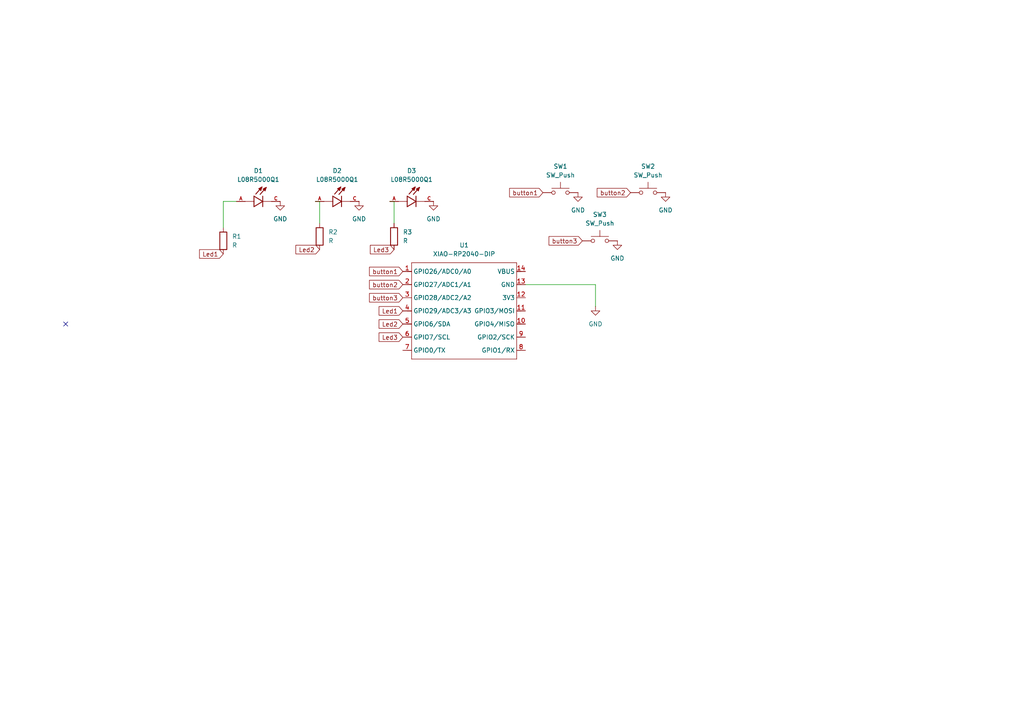
<source format=kicad_sch>
(kicad_sch (version 20250114) (generator "eeschema") (generator_version "9.0")
  (paper "A4")
  (lib_symbols
    (symbol "Device:R" (pin_numbers (hide yes)) (pin_names (offset 0))
      (property "Reference" "R" (at 2.032 0 90))
      (property "Value" "R" (at 0 0 90))
      (symbol "R_0_1"
        (rectangle (start -1.016 -2.54) (end 1.016 2.54) (stroke (width 0.254)))
      )
      (symbol "R_1_1"
        (pin passive line (at 0 3.81 270) (length 1.27) (name "~") (number "1"))
        (pin passive line (at 0 -3.81 90) (length 1.27) (name "~") (number "2"))
      )
    )
    (symbol "L08R5000Q1:L08R5000Q1" (pin_names (offset 1.016))
      (property "Reference" "D" (at -3.0988 4.4958 0))
      (property "Value" "L08R5000Q1" (at -3.556 -3.302 0))
      (symbol "L08R5000Q1_0_0"
        (polyline (pts (xy -2.54 1.524) (xy -2.54 0)) (stroke (width 0.254)))
        (polyline (pts (xy -2.54 0) (xy -5.08 0)) (stroke (width 0.1524)))
        (polyline (pts (xy -2.54 0) (xy -2.54 -1.524)) (stroke (width 0.254)))
        (polyline (pts (xy -2.54 -1.524) (xy 0 0)) (stroke (width 0.254)))
        (polyline (pts (xy -1.1176 3.683) (xy -0.2286 4.1656)) (stroke (width 0.254)))
        (polyline (pts (xy -0.9398 3.6068) (xy -0.7112 3.7592)) (stroke (width 0.254)))
        (polyline (pts (xy -0.5588 3.2004) (xy -1.1176 3.683)) (stroke (width 0.254)))
        (polyline (pts (xy -0.5588 3.2004) (xy -0.5334 3.937)) (stroke (width 0.254)))
        (polyline (pts (xy -0.5334 3.937) (xy -0.6604 3.937)) (stroke (width 0.254)))
        (polyline (pts (xy -0.2286 4.1656) (xy -2.0066 2.1336)) (stroke (width 0.254)))
        (polyline (pts (xy -0.2286 4.1656) (xy -0.5588 3.2004)) (stroke (width 0.254)))
        (polyline (pts (xy 0 1.524) (xy 0 0)) (stroke (width 0.254)))
        (polyline (pts (xy 0 0) (xy -2.54 1.524)) (stroke (width 0.254)))
        (polyline (pts (xy 0 0) (xy 0 -1.524)) (stroke (width 0.254)))
        (polyline (pts (xy 0.127 3.5814) (xy 1.016 4.064)) (stroke (width 0.254)))
        (polyline (pts (xy 0.3048 3.5052) (xy 0.5334 3.6576)) (stroke (width 0.254)))
        (polyline (pts (xy 0.6858 3.0988) (xy 0.127 3.5814)) (stroke (width 0.254)))
        (polyline (pts (xy 0.6858 3.0988) (xy 0.7112 3.8354)) (stroke (width 0.254)))
        (polyline (pts (xy 0.7112 3.8354) (xy 0.5842 3.8354)) (stroke (width 0.254)))
        (polyline (pts (xy 1.016 4.064) (xy -0.762 2.032)) (stroke (width 0.254)))
        (polyline (pts (xy 1.016 4.064) (xy 0.6858 3.0988)) (stroke (width 0.254)))
        (polyline (pts (xy 2.54 0) (xy 0 0)) (stroke (width 0.1524)))
        (pin passive line (at -7.62 0 0) (length 2.54) (name "~") (number "A"))
        (pin passive line (at 5.08 0 180) (length 2.54) (name "~") (number "C"))
      )
    )
    (symbol "Seeed_Studio_XIAO_Series:XIAO-RP2040-DIP"
      (property "Reference" "U" (at 0 0 0))
      (property "Value" "XIAO-RP2040-DIP" (at 5.334 -1.778 0))
      (symbol "XIAO-RP2040-DIP_1_0"
        (polyline (pts (xy -1.27 -2.54) (xy 29.21 -2.54)) (stroke (width 0.1524)))
        (polyline (pts (xy -1.27 -5.08) (xy -2.54 -5.08)) (stroke (width 0.1524)))
        (polyline (pts (xy -1.27 -5.08) (xy -1.27 -2.54)) (stroke (width 0.1524)))
        (polyline (pts (xy -1.27 -8.89) (xy -2.54 -8.89)) (stroke (width 0.1524)))
        (polyline (pts (xy -1.27 -8.89) (xy -1.27 -5.08)) (stroke (width 0.1524)))
        (polyline (pts (xy -1.27 -12.7) (xy -2.54 -12.7)) (stroke (width 0.1524)))
        (polyline (pts (xy -1.27 -12.7) (xy -1.27 -8.89)) (stroke (width 0.1524)))
        (polyline (pts (xy -1.27 -16.51) (xy -2.54 -16.51)) (stroke (width 0.1524)))
        (polyline (pts (xy -1.27 -16.51) (xy -1.27 -12.7)) (stroke (width 0.1524)))
        (polyline (pts (xy -1.27 -20.32) (xy -2.54 -20.32)) (stroke (width 0.1524)))
        (polyline (pts (xy -1.27 -24.13) (xy -2.54 -24.13)) (stroke (width 0.1524)))
        (polyline (pts (xy -1.27 -27.94) (xy -2.54 -27.94)) (stroke (width 0.1524)))
        (polyline (pts (xy -1.27 -30.48) (xy -1.27 -16.51)) (stroke (width 0.1524)))
        (polyline (pts (xy 29.21 -2.54) (xy 29.21 -5.08)) (stroke (width 0.1524)))
        (polyline (pts (xy 29.21 -5.08) (xy 29.21 -8.89)) (stroke (width 0.1524)))
        (polyline (pts (xy 29.21 -8.89) (xy 29.21 -12.7)) (stroke (width 0.1524)))
        (polyline (pts (xy 29.21 -12.7) (xy 29.21 -30.48)) (stroke (width 0.1524)))
        (polyline (pts (xy 29.21 -30.48) (xy -1.27 -30.48)) (stroke (width 0.1524)))
        (polyline (pts (xy 30.48 -5.08) (xy 29.21 -5.08)) (stroke (width 0.1524)))
        (polyline (pts (xy 30.48 -8.89) (xy 29.21 -8.89)) (stroke (width 0.1524)))
        (polyline (pts (xy 30.48 -12.7) (xy 29.21 -12.7)) (stroke (width 0.1524)))
        (polyline (pts (xy 30.48 -16.51) (xy 29.21 -16.51)) (stroke (width 0.1524)))
        (polyline (pts (xy 30.48 -20.32) (xy 29.21 -20.32)) (stroke (width 0.1524)))
        (polyline (pts (xy 30.48 -24.13) (xy 29.21 -24.13)) (stroke (width 0.1524)))
        (polyline (pts (xy 30.48 -27.94) (xy 29.21 -27.94)) (stroke (width 0.1524)))
        (pin passive line (at -3.81 -5.08 0) (length 2.54) (name "GPIO26/ADC0/A0") (number "1"))
        (pin passive line (at -3.81 -8.89 0) (length 2.54) (name "GPIO27/ADC1/A1") (number "2"))
        (pin passive line (at -3.81 -12.7 0) (length 2.54) (name "GPIO28/ADC2/A2") (number "3"))
        (pin passive line (at -3.81 -16.51 0) (length 2.54) (name "GPIO29/ADC3/A3") (number "4"))
        (pin passive line (at -3.81 -20.32 0) (length 2.54) (name "GPIO6/SDA") (number "5"))
        (pin passive line (at -3.81 -24.13 0) (length 2.54) (name "GPIO7/SCL") (number "6"))
        (pin passive line (at -3.81 -27.94 0) (length 2.54) (name "GPIO0/TX") (number "7"))
        (pin passive line (at 31.75 -5.08 180) (length 2.54) (name "VBUS") (number "14"))
        (pin passive line (at 31.75 -8.89 180) (length 2.54) (name "GND") (number "13"))
        (pin passive line (at 31.75 -12.7 180) (length 2.54) (name "3V3") (number "12"))
        (pin passive line (at 31.75 -16.51 180) (length 2.54) (name "GPIO3/MOSI") (number "11"))
        (pin passive line (at 31.75 -20.32 180) (length 2.54) (name "GPIO4/MISO") (number "10"))
        (pin passive line (at 31.75 -24.13 180) (length 2.54) (name "GPIO2/SCK") (number "9"))
        (pin passive line (at 31.75 -27.94 180) (length 2.54) (name "GPIO1/RX") (number "8"))
      )
    )
    (symbol "Switch:SW_Push" (pin_numbers (hide yes)) (pin_names (offset 1.016) (hide yes))
      (property "Reference" "SW" (at 1.27 2.54 0))
      (property "Value" "SW_Push" (at 0 -1.524 0))
      (symbol "SW_Push_0_1"
        (circle (center -2.032 0) (radius 0.508))
        (polyline (pts (xy 0 1.27) (xy 0 3.048)))
        (circle (center 2.032 0) (radius 0.508))
        (polyline (pts (xy 2.54 1.27) (xy -2.54 1.27)))
        (pin passive line (at -5.08 0 0) (length 2.54) (name "1") (number "1"))
        (pin passive line (at 5.08 0 180) (length 2.54) (name "2") (number "2"))
      )
    )
    (symbol "power:GND" (power) (pin_numbers (hide yes)) (pin_names (offset 0) (hide yes))
      (property "Value" "GND" (at 0 -3.81 0))
      (symbol "GND_0_1"
        (polyline (pts (xy 0 0) (xy 0 -1.27) (xy 1.27 -1.27) (xy 0 -2.54) (xy -1.27 -1.27) (xy 0 -1.27)))
      )
      (symbol "GND_1_1"
        (pin power_in line (at 0 0 270) (length 0) (name "~") (number "1"))
      )
    )
  )
  (no_connect (at 19.05 93.98))
  (wire (pts (xy 114.3 64.77) (xy 114.3 58.42)))
  (wire (pts (xy 172.72 82.55) (xy 152.4 82.55)))
  (wire (pts (xy 114.3 58.42) (xy 113.03 58.42)))
  (wire (pts (xy 92.71 58.42) (xy 91.44 58.42)))
  (wire (pts (xy 172.72 88.9) (xy 172.72 82.55)))
  (wire (pts (xy 64.77 66.04) (xy 64.77 58.42)))
  (wire (pts (xy 64.77 58.42) (xy 68.58 58.42)))
  (wire (pts (xy 92.71 64.77) (xy 92.71 58.42)))
  (global_label "Led1" (shape input) (at 116.84 90.17 180) (property "Intersheetrefs" "${INTERSHEET_REFS}" (effects (hide yes))))
  (global_label "Led3" (shape input) (at 116.84 97.79 180) (property "Intersheetrefs" "${INTERSHEET_REFS}" (effects (hide yes))))
  (global_label "button1" (shape input) (at 157.48 55.88 180) (property "Intersheetrefs" "${INTERSHEET_REFS}" (effects (hide yes))))
  (global_label "Led1" (shape input) (at 64.77 73.66 180) (property "Intersheetrefs" "${INTERSHEET_REFS}" (effects (hide yes))))
  (global_label "button1" (shape input) (at 116.84 78.74 180) (property "Intersheetrefs" "${INTERSHEET_REFS}" (effects (hide yes))))
  (global_label "button3" (shape input) (at 116.84 86.36 180) (property "Intersheetrefs" "${INTERSHEET_REFS}" (effects (hide yes))))
  (global_label "button2" (shape input) (at 182.88 55.88 180) (property "Intersheetrefs" "${INTERSHEET_REFS}" (effects (hide yes))))
  (global_label "Led2" (shape input) (at 116.84 93.98 180) (property "Intersheetrefs" "${INTERSHEET_REFS}" (effects (hide yes))))
  (global_label "button2" (shape input) (at 116.84 82.55 180) (property "Intersheetrefs" "${INTERSHEET_REFS}" (effects (hide yes))))
  (global_label "Led3" (shape input) (at 114.3 72.39 180) (property "Intersheetrefs" "${INTERSHEET_REFS}" (effects (hide yes))))
  (global_label "button3" (shape input) (at 168.91 69.85 180) (property "Intersheetrefs" "${INTERSHEET_REFS}" (effects (hide yes))))
  (global_label "Led2" (shape input) (at 92.71 72.39 180) (property "Intersheetrefs" "${INTERSHEET_REFS}" (effects (hide yes))))
  (symbol (lib_id "Seeed_Studio_XIAO_Series:XIAO-RP2040-DIP") (at 120.65 73.66 0) (unit 1)
    (property "Reference" "U1" (at 134.62 71.12 0))
    (property "Value" "XIAO-RP2040-DIP" (at 134.62 73.66 0))
    (property "Footprint" "footprints:XIAO-RP2040-DIP" (effects (hide yes)))
  )
  (symbol (lib_id "L08R5000Q1:L08R5000Q1") (at 76.2 58.42 0) (unit 1)
    (property "Reference" "D1" (at 74.93 49.53 0))
    (property "Value" "L08R5000Q1" (at 74.93 52.07 0))
    (property "Footprint" "footprints:LEDRD254W57D500H1070" (effects (hide yes)))
    (property "MF" "LED Technology" (effects (hide yes)))
    (property "MAXIMUM_PACKAGE_HEIGHT" "10.7mm" (effects (hide yes)))
    (property "Package" "None" (effects (hide yes)))
    (property "Price" "None" (effects (hide yes)))
    (property "Check_prices" "https://www.snapeda.com/parts/L08R5000Q1/LED+Technology/view-part/?ref=eda" (effects (hide yes)))
    (property "STANDARD" "IPC-7351B" (effects (hide yes)))
    (property "PARTREV" "NA" (effects (hide yes)))
    (property "SnapEDA_Link" "https://www.snapeda.com/parts/L08R5000Q1/LED+Technology/view-part/?ref=snap" (effects (hide yes)))
    (property "MP" "L08R5000Q1" (effects (hide yes)))
    (property "Description_1" "LED, 5MM, ORANGE; LED / Lamp Size: 5mm / T-1 3/4; LED Colour: Orange; Typ Luminous Intensity: 4.3mcd; Viewing Angle: ..." (effects (hide yes)))
    (property "Availability" "Not in stock" (effects (hide yes)))
    (property "MANUFACTURER" "LED TECHNOLOGY" (effects (hide yes)))
  )
  (symbol (lib_id "Switch:SW_Push") (at 162.56 55.88 0) (unit 1)
    (property "Reference" "SW1" (at 162.56 48.26 0))
    (property "Value" "SW_Push" (at 162.56 50.8 0))
    (property "Footprint" "Button_Switch_Keyboard:SW_Cherry_MX_1.00u_PCB" (effects (hide yes)))
    (property "Description" "Push button switch, generic, two pins" (effects (hide yes)))
  )
  (symbol (lib_id "power:GND") (at 81.28 58.42 0) (unit 1)
    (property "Reference" "#PWR05" (effects (hide yes)))
    (property "Value" "GND" (at 81.28 63.5 0))
    (property "Description" "Power symbol creates a global label with name \"GND\" , ground" (effects (hide yes)))
  )
  (symbol (lib_id "Switch:SW_Push") (at 173.99 69.85 0) (unit 1)
    (property "Reference" "SW3" (at 173.99 62.23 0))
    (property "Value" "SW_Push" (at 173.99 64.77 0))
    (property "Footprint" "Button_Switch_Keyboard:SW_Cherry_MX_1.00u_PCB" (effects (hide yes)))
    (property "Description" "Push button switch, generic, two pins" (effects (hide yes)))
  )
  (symbol (lib_id "Device:R") (at 64.77 69.85 0) (unit 1)
    (property "Reference" "R1" (at 67.31 68.5799 0) (effects (justify left)))
    (property "Value" "R" (at 67.31 71.1199 0) (effects (justify left)))
    (property "Footprint" "Resistor_THT:R_Axial_DIN0204_L3.6mm_D1.6mm_P5.08mm_Horizontal" (effects (hide yes)))
    (property "Description" "Resistor" (effects (hide yes)))
  )
  (symbol (lib_id "power:GND") (at 104.14 58.42 0) (unit 1)
    (property "Reference" "#PWR06" (effects (hide yes)))
    (property "Value" "GND" (at 104.14 63.5 0))
    (property "Description" "Power symbol creates a global label with name \"GND\" , ground" (effects (hide yes)))
  )
  (symbol (lib_id "Device:R") (at 92.71 68.58 0) (unit 1)
    (property "Reference" "R2" (at 95.25 67.3099 0) (effects (justify left)))
    (property "Value" "R" (at 95.25 69.8499 0) (effects (justify left)))
    (property "Footprint" "Resistor_THT:R_Axial_DIN0204_L3.6mm_D1.6mm_P5.08mm_Horizontal" (effects (hide yes)))
    (property "Description" "Resistor" (effects (hide yes)))
  )
  (symbol (lib_id "Switch:SW_Push") (at 187.96 55.88 0) (unit 1)
    (property "Reference" "SW2" (at 187.96 48.26 0))
    (property "Value" "SW_Push" (at 187.96 50.8 0))
    (property "Footprint" "Button_Switch_Keyboard:SW_Cherry_MX_1.00u_PCB" (effects (hide yes)))
    (property "Description" "Push button switch, generic, two pins" (effects (hide yes)))
  )
  (symbol (lib_id "power:GND") (at 172.72 88.9 0) (unit 1)
    (property "Reference" "#PWR04" (effects (hide yes)))
    (property "Value" "GND" (at 172.72 93.98 0))
    (property "Description" "Power symbol creates a global label with name \"GND\" , ground" (effects (hide yes)))
  )
  (symbol (lib_id "Device:R") (at 114.3 68.58 0) (unit 1)
    (property "Reference" "R3" (at 116.84 67.3099 0) (effects (justify left)))
    (property "Value" "R" (at 116.84 69.8499 0) (effects (justify left)))
    (property "Footprint" "Resistor_THT:R_Axial_DIN0204_L3.6mm_D1.6mm_P5.08mm_Horizontal" (effects (hide yes)))
    (property "Description" "Resistor" (effects (hide yes)))
  )
  (symbol (lib_id "power:GND") (at 179.07 69.85 0) (unit 1)
    (property "Reference" "#PWR03" (effects (hide yes)))
    (property "Value" "GND" (at 179.07 74.93 0))
    (property "Description" "Power symbol creates a global label with name \"GND\" , ground" (effects (hide yes)))
  )
  (symbol (lib_id "L08R5000Q1:L08R5000Q1") (at 99.06 58.42 0) (unit 1)
    (property "Reference" "D2" (at 97.79 49.53 0))
    (property "Value" "L08R5000Q1" (at 97.79 52.07 0))
    (property "Footprint" "footprints:LEDRD254W57D500H1070" (effects (hide yes)))
    (property "MF" "LED Technology" (effects (hide yes)))
    (property "MAXIMUM_PACKAGE_HEIGHT" "10.7mm" (effects (hide yes)))
    (property "Package" "None" (effects (hide yes)))
    (property "Price" "None" (effects (hide yes)))
    (property "Check_prices" "https://www.snapeda.com/parts/L08R5000Q1/LED+Technology/view-part/?ref=eda" (effects (hide yes)))
    (property "STANDARD" "IPC-7351B" (effects (hide yes)))
    (property "PARTREV" "NA" (effects (hide yes)))
    (property "SnapEDA_Link" "https://www.snapeda.com/parts/L08R5000Q1/LED+Technology/view-part/?ref=snap" (effects (hide yes)))
    (property "MP" "L08R5000Q1" (effects (hide yes)))
    (property "Description_1" "LED, 5MM, ORANGE; LED / Lamp Size: 5mm / T-1 3/4; LED Colour: Orange; Typ Luminous Intensity: 4.3mcd; Viewing Angle: ..." (effects (hide yes)))
    (property "Availability" "Not in stock" (effects (hide yes)))
    (property "MANUFACTURER" "LED TECHNOLOGY" (effects (hide yes)))
  )
  (symbol (lib_id "power:GND") (at 193.04 55.88 0) (unit 1)
    (property "Reference" "#PWR02" (effects (hide yes)))
    (property "Value" "GND" (at 193.04 60.96 0))
    (property "Description" "Power symbol creates a global label with name \"GND\" , ground" (effects (hide yes)))
  )
  (symbol (lib_id "power:GND") (at 167.64 55.88 0) (unit 1)
    (property "Reference" "#PWR01" (effects (hide yes)))
    (property "Value" "GND" (at 167.64 60.96 0))
    (property "Description" "Power symbol creates a global label with name \"GND\" , ground" (effects (hide yes)))
  )
  (symbol (lib_id "power:GND") (at 125.73 58.42 0) (unit 1)
    (property "Reference" "#PWR07" (effects (hide yes)))
    (property "Value" "GND" (at 125.73 63.5 0))
    (property "Description" "Power symbol creates a global label with name \"GND\" , ground" (effects (hide yes)))
  )
  (symbol (lib_id "L08R5000Q1:L08R5000Q1") (at 120.65 58.42 0) (unit 1)
    (property "Reference" "D3" (at 119.38 49.53 0))
    (property "Value" "L08R5000Q1" (at 119.38 52.07 0))
    (property "Footprint" "footprints:LEDRD254W57D500H1070" (effects (hide yes)))
    (property "MF" "LED Technology" (effects (hide yes)))
    (property "MAXIMUM_PACKAGE_HEIGHT" "10.7mm" (effects (hide yes)))
    (property "Package" "None" (effects (hide yes)))
    (property "Price" "None" (effects (hide yes)))
    (property "Check_prices" "https://www.snapeda.com/parts/L08R5000Q1/LED+Technology/view-part/?ref=eda" (effects (hide yes)))
    (property "STANDARD" "IPC-7351B" (effects (hide yes)))
    (property "PARTREV" "NA" (effects (hide yes)))
    (property "SnapEDA_Link" "https://www.snapeda.com/parts/L08R5000Q1/LED+Technology/view-part/?ref=snap" (effects (hide yes)))
    (property "MP" "L08R5000Q1" (effects (hide yes)))
    (property "Description_1" "LED, 5MM, ORANGE; LED / Lamp Size: 5mm / T-1 3/4; LED Colour: Orange; Typ Luminous Intensity: 4.3mcd; Viewing Angle: ..." (effects (hide yes)))
    (property "Availability" "Not in stock" (effects (hide yes)))
    (property "MANUFACTURER" "LED TECHNOLOGY" (effects (hide yes)))
  )
)
</source>
